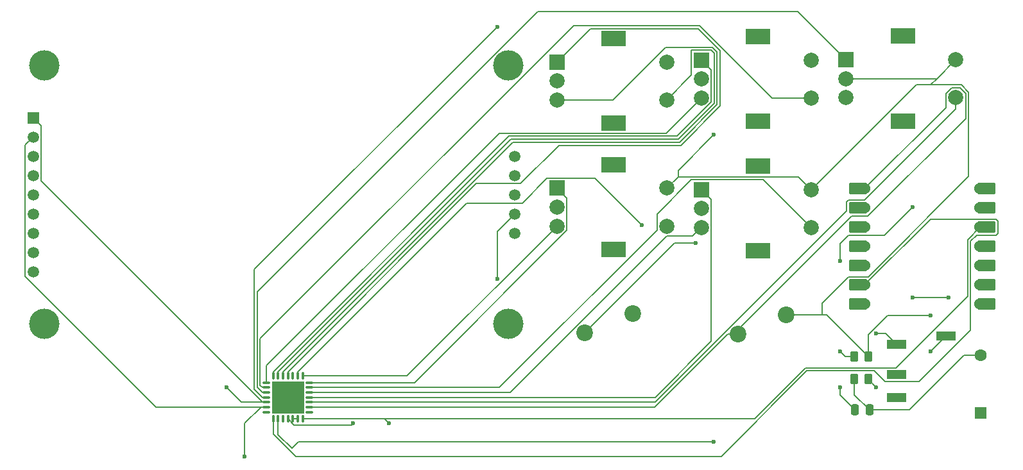
<source format=gbr>
%TF.GenerationSoftware,KiCad,Pcbnew,9.0.6*%
%TF.CreationDate,2026-01-26T19:54:00-03:00*%
%TF.ProjectId,osciloscopio,6f736369-6c6f-4736-936f-70696f2e6b69,rev?*%
%TF.SameCoordinates,Original*%
%TF.FileFunction,Copper,L1,Top*%
%TF.FilePolarity,Positive*%
%FSLAX46Y46*%
G04 Gerber Fmt 4.6, Leading zero omitted, Abs format (unit mm)*
G04 Created by KiCad (PCBNEW 9.0.6) date 2026-01-26 19:54:00*
%MOMM*%
%LPD*%
G01*
G04 APERTURE LIST*
G04 Aperture macros list*
%AMRoundRect*
0 Rectangle with rounded corners*
0 $1 Rounding radius*
0 $2 $3 $4 $5 $6 $7 $8 $9 X,Y pos of 4 corners*
0 Add a 4 corners polygon primitive as box body*
4,1,4,$2,$3,$4,$5,$6,$7,$8,$9,$2,$3,0*
0 Add four circle primitives for the rounded corners*
1,1,$1+$1,$2,$3*
1,1,$1+$1,$4,$5*
1,1,$1+$1,$6,$7*
1,1,$1+$1,$8,$9*
0 Add four rect primitives between the rounded corners*
20,1,$1+$1,$2,$3,$4,$5,0*
20,1,$1+$1,$4,$5,$6,$7,0*
20,1,$1+$1,$6,$7,$8,$9,0*
20,1,$1+$1,$8,$9,$2,$3,0*%
G04 Aperture macros list end*
%TA.AperFunction,ComponentPad*%
%ADD10C,2.000000*%
%TD*%
%TA.AperFunction,ComponentPad*%
%ADD11R,3.200000X2.000000*%
%TD*%
%TA.AperFunction,ComponentPad*%
%ADD12R,2.000000X2.000000*%
%TD*%
%TA.AperFunction,ComponentPad*%
%ADD13C,4.000000*%
%TD*%
%TA.AperFunction,ComponentPad*%
%ADD14R,1.500000X1.500000*%
%TD*%
%TA.AperFunction,ComponentPad*%
%ADD15C,1.500000*%
%TD*%
%TA.AperFunction,SMDPad,CuDef*%
%ADD16RoundRect,0.075000X-0.437500X-0.075000X0.437500X-0.075000X0.437500X0.075000X-0.437500X0.075000X0*%
%TD*%
%TA.AperFunction,SMDPad,CuDef*%
%ADD17RoundRect,0.075000X-0.075000X-0.437500X0.075000X-0.437500X0.075000X0.437500X-0.075000X0.437500X0*%
%TD*%
%TA.AperFunction,HeatsinkPad*%
%ADD18R,4.250000X4.250000*%
%TD*%
%TA.AperFunction,SMDPad,CuDef*%
%ADD19RoundRect,0.152400X1.063600X0.609600X-1.063600X0.609600X-1.063600X-0.609600X1.063600X-0.609600X0*%
%TD*%
%TA.AperFunction,ComponentPad*%
%ADD20C,1.524000*%
%TD*%
%TA.AperFunction,SMDPad,CuDef*%
%ADD21RoundRect,0.152400X-1.063600X-0.609600X1.063600X-0.609600X1.063600X0.609600X-1.063600X0.609600X0*%
%TD*%
%TA.AperFunction,ComponentPad*%
%ADD22C,2.200000*%
%TD*%
%TA.AperFunction,SMDPad,CuDef*%
%ADD23RoundRect,0.250000X-0.262500X-0.450000X0.262500X-0.450000X0.262500X0.450000X-0.262500X0.450000X0*%
%TD*%
%TA.AperFunction,SMDPad,CuDef*%
%ADD24R,2.500000X1.200000*%
%TD*%
%TA.AperFunction,ComponentPad*%
%ADD25RoundRect,0.250000X0.550000X-0.550000X0.550000X0.550000X-0.550000X0.550000X-0.550000X-0.550000X0*%
%TD*%
%TA.AperFunction,ComponentPad*%
%ADD26C,1.600000*%
%TD*%
%TA.AperFunction,SMDPad,CuDef*%
%ADD27RoundRect,0.250000X-0.250000X-0.475000X0.250000X-0.475000X0.250000X0.475000X-0.250000X0.475000X0*%
%TD*%
%TA.AperFunction,ViaPad*%
%ADD28C,0.600000*%
%TD*%
%TA.AperFunction,Conductor*%
%ADD29C,0.200000*%
%TD*%
G04 APERTURE END LIST*
D10*
%TO.P,SW3,S2,S2*%
%TO.N,GND*%
X224770000Y-59172500D03*
%TO.P,SW3,S1,S1*%
%TO.N,Net-(U2-GPB5)*%
X224770000Y-64172500D03*
D11*
%TO.P,SW3,MP*%
%TO.N,N/C*%
X217770000Y-67272500D03*
X217770000Y-56072500D03*
D10*
%TO.P,SW3,C,C*%
%TO.N,GND*%
X210270000Y-61672500D03*
%TO.P,SW3,B,B*%
%TO.N,Net-(U2-GPB4)*%
X210270000Y-64172500D03*
D12*
%TO.P,SW3,A,A*%
%TO.N,Net-(U2-GPB3)*%
X210270000Y-59172500D03*
%TD*%
D13*
%TO.P,U3,*%
%TO.N,*%
X123625000Y-59910000D03*
X123625000Y-94010000D03*
X184825000Y-59910000D03*
X184825000Y-94010000D03*
D14*
%TO.P,U3,1,VCC*%
%TO.N,Net-(U1-3V3)*%
X122125000Y-66800000D03*
D15*
%TO.P,U3,2,GND*%
%TO.N,GND*%
X122125000Y-69340000D03*
%TO.P,U3,3,~{CS}*%
%TO.N,unconnected-(U3-~{CS}-Pad3)*%
X122125000Y-71880000D03*
%TO.P,U3,4,RESET*%
%TO.N,Net-(U1-GPIO1{slash}RX)*%
X122125000Y-74420000D03*
%TO.P,U3,5,D/~{C}*%
%TO.N,Net-(U1-GPIO0{slash}TX)*%
X122125000Y-76960000D03*
%TO.P,U3,6,MOSI*%
%TO.N,unconnected-(U3-MOSI-Pad6)*%
X122125000Y-79500000D03*
%TO.P,U3,7,SCK*%
%TO.N,unconnected-(U3-SCK-Pad7)*%
X122125000Y-82040000D03*
%TO.P,U3,8,LED*%
%TO.N,Net-(U1-GPIO0{slash}TX)*%
X122125000Y-84580000D03*
%TO.P,U3,9,MISO*%
%TO.N,unconnected-(U3-MISO-Pad9)*%
X122125000Y-87120000D03*
%TO.P,U3,10,SD_CS*%
%TO.N,unconnected-(U3-SD_CS-Pad10)*%
X185645000Y-71880000D03*
%TO.P,U3,11,SD_MOSI*%
%TO.N,Net-(U1-GPIO3{slash}MOSI)*%
X185645000Y-74420000D03*
%TO.P,U3,12,SD_MISO*%
%TO.N,Net-(U1-GPIO4{slash}MISO)*%
X185645000Y-76960000D03*
%TO.P,U3,13,SD_SCK*%
%TO.N,Net-(U1-GPIO2{slash}SCK)*%
X185645000Y-79500000D03*
%TO.P,U3,14,FLASH_CD*%
%TO.N,unconnected-(U3-FLASH_CD-Pad14)*%
X185645000Y-82040000D03*
%TD*%
D16*
%TO.P,U2,1,GPB4*%
%TO.N,Net-(U2-GPB4)*%
X152905000Y-101743750D03*
%TO.P,U2,2,GPB5*%
%TO.N,Net-(U2-GPB5)*%
X152905000Y-102393750D03*
%TO.P,U2,3,GPB6*%
%TO.N,Net-(U2-GPB6)*%
X152905000Y-103043750D03*
%TO.P,U2,4,GPB7*%
%TO.N,Net-(U2-GPB7)*%
X152905000Y-103693750D03*
%TO.P,U2,5,VDD*%
%TO.N,Net-(U1-3V3)*%
X152905000Y-104343750D03*
%TO.P,U2,6,VSS*%
%TO.N,GND*%
X152905000Y-104993750D03*
%TO.P,U2,7,NC*%
%TO.N,unconnected-(U2-NC-Pad7)*%
X152905000Y-105643750D03*
D17*
%TO.P,U2,8,SCK*%
%TO.N,Net-(U1-GPIO7{slash}SCL)*%
X153792500Y-106531250D03*
%TO.P,U2,9,SDA*%
%TO.N,Net-(U1-GPIO6{slash}SDA)*%
X154442500Y-106531250D03*
%TO.P,U2,10,NC*%
%TO.N,unconnected-(U2-NC-Pad10)*%
X155092500Y-106531250D03*
%TO.P,U2,11,A0*%
%TO.N,GND*%
X155742500Y-106531250D03*
%TO.P,U2,12,A1*%
X156392500Y-106531250D03*
%TO.P,U2,13,A2*%
X157042500Y-106531250D03*
%TO.P,U2,14,~{RESET}*%
%TO.N,Net-(U1-3V3)*%
X157692500Y-106531250D03*
D16*
%TO.P,U2,15,INTB*%
%TO.N,unconnected-(U2-INTB-Pad15)*%
X158580000Y-105643750D03*
%TO.P,U2,16,INTA*%
%TO.N,Net-(U1-GPIO26{slash}ADC0{slash}A0)*%
X158580000Y-104993750D03*
%TO.P,U2,17,GPA0*%
%TO.N,Net-(U2-GPA0)*%
X158580000Y-104343750D03*
%TO.P,U2,18,GPA1*%
%TO.N,Net-(U2-GPA1)*%
X158580000Y-103693750D03*
%TO.P,U2,19,GPA2*%
%TO.N,Net-(U2-GPA2)*%
X158580000Y-103043750D03*
%TO.P,U2,20,GPA3*%
%TO.N,Net-(U2-GPA3)*%
X158580000Y-102393750D03*
%TO.P,U2,21,GPA4*%
%TO.N,Net-(U2-GPA4)*%
X158580000Y-101743750D03*
D17*
%TO.P,U2,22,GPA5*%
%TO.N,Net-(U2-GPA5)*%
X157692500Y-100856250D03*
%TO.P,U2,23,GPA6*%
%TO.N,Net-(U2-GPA6)*%
X157042500Y-100856250D03*
%TO.P,U2,24,GPA7*%
%TO.N,unconnected-(U2-GPA7-Pad24)*%
X156392500Y-100856250D03*
%TO.P,U2,25,GPB0*%
%TO.N,Net-(U2-GPB0)*%
X155742500Y-100856250D03*
%TO.P,U2,26,GPB1*%
%TO.N,Net-(U2-GPB1)*%
X155092500Y-100856250D03*
%TO.P,U2,27,GPB2*%
%TO.N,Net-(U2-GPB2)*%
X154442500Y-100856250D03*
%TO.P,U2,28,GPB3*%
%TO.N,Net-(U2-GPB3)*%
X153792500Y-100856250D03*
D18*
%TO.P,U2,29,EP*%
%TO.N,unconnected-(U2-EP-Pad29)*%
X155742500Y-103693750D03*
%TD*%
D19*
%TO.P,U1,1,GPIO26/ADC0/A0*%
%TO.N,Net-(U1-GPIO26{slash}ADC0{slash}A0)*%
X230975000Y-76170000D03*
D20*
X231810000Y-76170000D03*
D19*
%TO.P,U1,2,GPIO27/ADC1/A1*%
%TO.N,Net-(U1-GPIO27{slash}ADC1{slash}A1)*%
X230975000Y-78710000D03*
D20*
X231810000Y-78710000D03*
D19*
%TO.P,U1,3,GPIO28/ADC2/A2*%
%TO.N,unconnected-(U1-GPIO28{slash}ADC2{slash}A2-Pad3)*%
X230975000Y-81250000D03*
D20*
%TO.N,unconnected-(U1-GPIO28{slash}ADC2{slash}A2-Pad3)_1*%
X231810000Y-81250000D03*
D19*
%TO.P,U1,4,GPIO29/ADC3/A3*%
%TO.N,unconnected-(U1-GPIO29{slash}ADC3{slash}A3-Pad4)_1*%
X230975000Y-83790000D03*
D20*
%TO.N,unconnected-(U1-GPIO29{slash}ADC3{slash}A3-Pad4)*%
X231810000Y-83790000D03*
D19*
%TO.P,U1,5,GPIO6/SDA*%
%TO.N,Net-(U1-GPIO6{slash}SDA)*%
X230975000Y-86330000D03*
D20*
X231810000Y-86330000D03*
D19*
%TO.P,U1,6,GPIO7/SCL*%
%TO.N,Net-(U1-GPIO7{slash}SCL)*%
X230975000Y-88870000D03*
D20*
X231810000Y-88870000D03*
D19*
%TO.P,U1,7,GPIO0/TX*%
%TO.N,Net-(U1-GPIO0{slash}TX)*%
X230975000Y-91410000D03*
D20*
X231810000Y-91410000D03*
%TO.P,U1,8,GPIO1/RX*%
%TO.N,Net-(U1-GPIO1{slash}RX)*%
X247050000Y-91410000D03*
D21*
X247885000Y-91410000D03*
D20*
%TO.P,U1,9,GPIO2/SCK*%
%TO.N,Net-(U1-GPIO2{slash}SCK)*%
X247050000Y-88870000D03*
D21*
X247885000Y-88870000D03*
D20*
%TO.P,U1,10,GPIO4/MISO*%
%TO.N,Net-(U1-GPIO4{slash}MISO)*%
X247050000Y-86330000D03*
D21*
X247885000Y-86330000D03*
D20*
%TO.P,U1,11,GPIO3/MOSI*%
%TO.N,Net-(U1-GPIO3{slash}MOSI)*%
X247050000Y-83790000D03*
D21*
X247885000Y-83790000D03*
D20*
%TO.P,U1,12,3V3*%
%TO.N,Net-(U1-3V3)*%
X247050000Y-81250000D03*
D21*
X247885000Y-81250000D03*
D20*
%TO.P,U1,13,GND*%
%TO.N,GND*%
X247050000Y-78710000D03*
D21*
X247885000Y-78710000D03*
D20*
%TO.P,U1,14,VBUS*%
%TO.N,+5V*%
X247050000Y-76170000D03*
D21*
X247885000Y-76170000D03*
%TD*%
D12*
%TO.P,SW7,A,A*%
%TO.N,Net-(U2-GPA4)*%
X191238750Y-76081250D03*
D10*
%TO.P,SW7,B,B*%
%TO.N,Net-(U2-GPA5)*%
X191238750Y-81081250D03*
%TO.P,SW7,C,C*%
%TO.N,GND*%
X191238750Y-78581250D03*
D11*
%TO.P,SW7,MP*%
%TO.N,N/C*%
X198738750Y-72981250D03*
X198738750Y-84181250D03*
D10*
%TO.P,SW7,S1,S1*%
%TO.N,Net-(U2-GPA6)*%
X205738750Y-81081250D03*
%TO.P,SW7,S2,S2*%
%TO.N,GND*%
X205738750Y-76081250D03*
%TD*%
D12*
%TO.P,SW6,A,A*%
%TO.N,Net-(U2-GPB0)*%
X191238750Y-59412500D03*
D10*
%TO.P,SW6,B,B*%
%TO.N,Net-(U2-GPB1)*%
X191238750Y-64412500D03*
%TO.P,SW6,C,C*%
%TO.N,GND*%
X191238750Y-61912500D03*
D11*
%TO.P,SW6,MP*%
%TO.N,N/C*%
X198738750Y-56312500D03*
X198738750Y-67512500D03*
D10*
%TO.P,SW6,S1,S1*%
%TO.N,Net-(U2-GPB2)*%
X205738750Y-64412500D03*
%TO.P,SW6,S2,S2*%
%TO.N,GND*%
X205738750Y-59412500D03*
%TD*%
D12*
%TO.P,SW5,A,A*%
%TO.N,Net-(U2-GPB6)*%
X229360000Y-59110000D03*
D10*
%TO.P,SW5,B,B*%
%TO.N,Net-(U2-GPB7)*%
X229360000Y-64110000D03*
%TO.P,SW5,C,C*%
%TO.N,GND*%
X229360000Y-61610000D03*
D11*
%TO.P,SW5,MP*%
%TO.N,N/C*%
X236860000Y-56010000D03*
X236860000Y-67210000D03*
D10*
%TO.P,SW5,S1,S1*%
%TO.N,Net-(U2-GPA0)*%
X243860000Y-64110000D03*
%TO.P,SW5,S2,S2*%
%TO.N,GND*%
X243860000Y-59110000D03*
%TD*%
D12*
%TO.P,SW4,A,A*%
%TO.N,Net-(U2-GPA1)*%
X210270000Y-76270000D03*
D10*
%TO.P,SW4,B,B*%
%TO.N,Net-(U2-GPA2)*%
X210270000Y-81270000D03*
%TO.P,SW4,C,C*%
%TO.N,GND*%
X210270000Y-78770000D03*
D11*
%TO.P,SW4,MP*%
%TO.N,N/C*%
X217770000Y-73170000D03*
X217770000Y-84370000D03*
D10*
%TO.P,SW4,S1,S1*%
%TO.N,Net-(U2-GPA3)*%
X224770000Y-81270000D03*
%TO.P,SW4,S2,S2*%
%TO.N,GND*%
X224770000Y-76270000D03*
%TD*%
D22*
%TO.P,SW2,1,1*%
%TO.N,GND*%
X201240000Y-92670000D03*
%TO.P,SW2,2,2*%
%TO.N,Net-(U1-GPIO27{slash}ADC1{slash}A1)*%
X194890000Y-95210000D03*
%TD*%
%TO.P,SW1,1,1*%
%TO.N,GND*%
X221500000Y-92830000D03*
%TO.P,SW1,2,2*%
%TO.N,Net-(U1-GPIO26{slash}ADC0{slash}A0)*%
X215150000Y-95370000D03*
%TD*%
D23*
%TO.P,R3,1*%
%TO.N,Net-(D1-A)*%
X230475000Y-101270000D03*
%TO.P,R3,2*%
%TO.N,Net-(U1-GPIO26{slash}ADC0{slash}A0)*%
X232300000Y-101270000D03*
%TD*%
%TO.P,R1,1*%
%TO.N,Net-(D1-K)*%
X230475000Y-98320000D03*
%TO.P,R1,2*%
%TO.N,GND*%
X232300000Y-98320000D03*
%TD*%
D24*
%TO.P,J1,R1*%
%TO.N,N/C*%
X236050000Y-100710000D03*
%TO.P,J1,R2*%
X236050000Y-103710000D03*
%TO.P,J1,S*%
%TO.N,GND*%
X242550000Y-95610000D03*
%TO.P,J1,T*%
%TO.N,Net-(C1-Pad1)*%
X236050000Y-96710000D03*
%TD*%
D25*
%TO.P,D1,1,K*%
%TO.N,Net-(D1-K)*%
X247090000Y-105760000D03*
D26*
%TO.P,D1,2,A*%
%TO.N,Net-(D1-A)*%
X247090000Y-98140000D03*
%TD*%
D27*
%TO.P,C1,1*%
%TO.N,Net-(C1-Pad1)*%
X230553750Y-105330000D03*
%TO.P,C1,2*%
%TO.N,Net-(D1-A)*%
X232453750Y-105330000D03*
%TD*%
D28*
%TO.N,GND*%
X164306250Y-107156250D03*
X211931250Y-69056250D03*
%TO.N,Net-(U1-GPIO27{slash}ADC1{slash}A1)*%
X238125000Y-78581250D03*
X228600000Y-85725000D03*
X209550000Y-83343750D03*
%TO.N,Net-(U1-GPIO2{slash}SCK)*%
X242887500Y-90487500D03*
X238125000Y-90487500D03*
X183356250Y-88106250D03*
%TO.N,Net-(U1-GPIO26{slash}ADC0{slash}A0)*%
X233362500Y-102393750D03*
%TO.N,Net-(D1-K)*%
X228600000Y-97631250D03*
%TO.N,GND*%
X240506250Y-97631250D03*
X240506250Y-92868750D03*
%TO.N,Net-(C1-Pad1)*%
X228600000Y-102393750D03*
X233362500Y-95250000D03*
%TO.N,Net-(U2-GPB7)*%
X183356250Y-54768750D03*
%TO.N,Net-(U1-3V3)*%
X147637500Y-102393750D03*
X169068750Y-107156250D03*
%TO.N,GND*%
X150018750Y-111517750D03*
%TO.N,Net-(U1-GPIO6{slash}SDA)*%
X211931250Y-109537500D03*
%TO.N,Net-(U2-GPA6)*%
X202406250Y-80962500D03*
%TD*%
D29*
%TO.N,GND*%
X156556000Y-107344750D02*
X164117750Y-107344750D01*
X155742500Y-106531250D02*
X156556000Y-107344750D01*
X164117750Y-107344750D02*
X164306250Y-107156250D01*
X156392500Y-106531250D02*
X157042500Y-106531250D01*
X207252000Y-73735500D02*
X207252000Y-74568000D01*
X211931250Y-69056250D02*
X207252000Y-73735500D01*
X240562000Y-62408000D02*
X241360000Y-61610000D01*
X238632000Y-62408000D02*
X240562000Y-62408000D01*
%TO.N,Net-(U1-GPIO27{slash}ADC1{slash}A1)*%
X229719374Y-82313000D02*
X234393250Y-82313000D01*
X234393250Y-82313000D02*
X238125000Y-78581250D01*
X228600000Y-83432374D02*
X229719374Y-82313000D01*
X228600000Y-85725000D02*
X228600000Y-83432374D01*
X206756250Y-83343750D02*
X209550000Y-83343750D01*
X194890000Y-95210000D02*
X206756250Y-83343750D01*
%TO.N,GND*%
X207252000Y-74568000D02*
X205738750Y-76081250D01*
X223068000Y-74568000D02*
X207252000Y-74568000D01*
X224770000Y-76270000D02*
X223068000Y-74568000D01*
X238632000Y-62408000D02*
X224770000Y-76270000D01*
X244564992Y-62408000D02*
X238632000Y-62408000D01*
X245562000Y-63405008D02*
X244564992Y-62408000D01*
X245562000Y-74550900D02*
X245562000Y-63405008D01*
X232305900Y-87807000D02*
X245562000Y-74550900D01*
X229719374Y-87807000D02*
X232305900Y-87807000D01*
X226218750Y-91307624D02*
X229719374Y-87807000D01*
X226218750Y-92830000D02*
X221500000Y-92830000D01*
X226218750Y-92830000D02*
X226218750Y-91307624D01*
%TO.N,Net-(U1-GPIO26{slash}ADC0{slash}A0)*%
X215150000Y-94756374D02*
X215150000Y-95370000D01*
X230133374Y-79773000D02*
X215150000Y-94756374D01*
X232250310Y-79773000D02*
X230133374Y-79773000D01*
X245161000Y-66862310D02*
X232250310Y-79773000D01*
X245161000Y-63571108D02*
X245161000Y-66862310D01*
X244398892Y-62809000D02*
X245161000Y-63571108D01*
X243321108Y-62809000D02*
X244398892Y-62809000D01*
X242559000Y-63571108D02*
X243321108Y-62809000D01*
X242559000Y-65421000D02*
X242559000Y-63571108D01*
X231810000Y-76170000D02*
X242559000Y-65421000D01*
%TO.N,GND*%
X241360000Y-61610000D02*
X229360000Y-61610000D01*
X243860000Y-59110000D02*
X241360000Y-61610000D01*
%TO.N,Net-(U1-GPIO2{slash}SCK)*%
X238125000Y-90487500D02*
X242887500Y-90487500D01*
X183356250Y-81788750D02*
X183356250Y-88106250D01*
X185645000Y-79500000D02*
X183356250Y-81788750D01*
%TO.N,Net-(U1-GPIO26{slash}ADC0{slash}A0)*%
X233362500Y-102332500D02*
X233362500Y-102393750D01*
X232300000Y-101270000D02*
X233362500Y-102332500D01*
%TO.N,Net-(D1-K)*%
X230475000Y-98320000D02*
X229288750Y-98320000D01*
X229288750Y-98320000D02*
X228600000Y-97631250D01*
%TO.N,GND*%
X242527500Y-95610000D02*
X240506250Y-97631250D01*
X242550000Y-95610000D02*
X242527500Y-95610000D01*
X234893807Y-92868750D02*
X240506250Y-92868750D01*
X232300000Y-95462557D02*
X234893807Y-92868750D01*
X232300000Y-98320000D02*
X232300000Y-95462557D01*
%TO.N,Net-(C1-Pad1)*%
X234590000Y-95250000D02*
X233362500Y-95250000D01*
X236050000Y-96710000D02*
X234590000Y-95250000D01*
X228600000Y-103376250D02*
X228600000Y-102393750D01*
X230553750Y-105330000D02*
X228600000Y-103376250D01*
%TO.N,GND*%
X226810000Y-92830000D02*
X226218750Y-92830000D01*
X232300000Y-98320000D02*
X226810000Y-92830000D01*
%TO.N,Net-(D1-A)*%
X230475000Y-103351250D02*
X232453750Y-105330000D01*
X230475000Y-101270000D02*
X230475000Y-103351250D01*
X237722951Y-105330000D02*
X232453750Y-105330000D01*
X244912951Y-98140000D02*
X237722951Y-105330000D01*
X247090000Y-98140000D02*
X244912951Y-98140000D01*
%TO.N,Net-(U2-GPB7)*%
X151289500Y-86835500D02*
X183356250Y-54768750D01*
X151289500Y-102590749D02*
X151289500Y-86835500D01*
X152392501Y-103693750D02*
X151289500Y-102590749D01*
X152905000Y-103693750D02*
X152392501Y-103693750D01*
%TO.N,Net-(U1-3V3)*%
X149587500Y-104343750D02*
X152905000Y-104343750D01*
X147637500Y-102393750D02*
X149587500Y-104343750D01*
X168443750Y-106531250D02*
X169068750Y-107156250D01*
X157692500Y-106531250D02*
X168443750Y-106531250D01*
X123176000Y-67851000D02*
X122125000Y-66800000D01*
X123176000Y-75127249D02*
X123176000Y-67851000D01*
X152392501Y-104343750D02*
X123176000Y-75127249D01*
X152905000Y-104343750D02*
X152392501Y-104343750D01*
%TO.N,GND*%
X121074000Y-87736500D02*
X121074000Y-70391000D01*
X121074000Y-70391000D02*
X122125000Y-69340000D01*
X138331250Y-104993750D02*
X121074000Y-87736500D01*
X152905000Y-104993750D02*
X138331250Y-104993750D01*
%TO.N,Net-(U1-GPIO6{slash}SDA)*%
X157162500Y-109537500D02*
X211931250Y-109537500D01*
X156255425Y-110444575D02*
X157162500Y-109537500D01*
X154442500Y-108631650D02*
X156255425Y-110444575D01*
X154442500Y-106531250D02*
X154442500Y-108631650D01*
%TO.N,Net-(U1-GPIO7{slash}SCL)*%
X240493000Y-80187000D02*
X231810000Y-88870000D01*
X249140626Y-80187000D02*
X240493000Y-80187000D01*
X249402000Y-80448374D02*
X249140626Y-80187000D01*
X249402000Y-82051626D02*
X249402000Y-80448374D01*
X249140626Y-82313000D02*
X249402000Y-82051626D01*
X246609690Y-82313000D02*
X249140626Y-82313000D01*
X245810250Y-83112440D02*
X246609690Y-82313000D01*
X245810250Y-94801750D02*
X245810250Y-83112440D01*
X234499000Y-101611000D02*
X239001000Y-101611000D01*
X233098000Y-100210000D02*
X234499000Y-101611000D01*
X224207100Y-100210000D02*
X233098000Y-100210000D01*
X239001000Y-101611000D02*
X245810250Y-94801750D01*
X212899350Y-111517750D02*
X224207100Y-100210000D01*
X156761500Y-111517750D02*
X212899350Y-111517750D01*
X153792500Y-108548750D02*
X156761500Y-111517750D01*
X153792500Y-106531250D02*
X153792500Y-108548750D01*
%TO.N,GND*%
X150018750Y-107156250D02*
X150018750Y-111517750D01*
X152181250Y-104993750D02*
X150018750Y-107156250D01*
X152905000Y-104993750D02*
X152181250Y-104993750D01*
%TO.N,Net-(U2-GPB6)*%
X151690500Y-102341749D02*
X151690500Y-89790394D01*
X152392501Y-103043750D02*
X151690500Y-102341749D01*
X152905000Y-103043750D02*
X152392501Y-103043750D01*
X151690500Y-89790394D02*
X188692394Y-52788500D01*
X188692394Y-52788500D02*
X223038500Y-52788500D01*
X223038500Y-52788500D02*
X229360000Y-59110000D01*
%TO.N,Net-(U2-GPB5)*%
X210011300Y-54610500D02*
X219573300Y-64172500D01*
X152091500Y-95957750D02*
X193438750Y-54610500D01*
X152091500Y-102092749D02*
X152091500Y-95957750D01*
X193438750Y-54610500D02*
X210011300Y-54610500D01*
X152392501Y-102393750D02*
X152091500Y-102092749D01*
X219573300Y-64172500D02*
X224770000Y-64172500D01*
X152905000Y-102393750D02*
X152392501Y-102393750D01*
%TO.N,Net-(U2-GPA6)*%
X196224000Y-74780250D02*
X202406250Y-80962500D01*
X189937750Y-74780250D02*
X196224000Y-74780250D01*
X186675642Y-78042358D02*
X189937750Y-74780250D01*
X179343893Y-78042358D02*
X186675642Y-78042358D01*
X157042500Y-100343751D02*
X179343893Y-78042358D01*
X157042500Y-100856250D02*
X157042500Y-100343751D01*
%TO.N,Net-(U2-GPB0)*%
X209845200Y-55011500D02*
X195639750Y-55011500D01*
X212774000Y-57940300D02*
X209845200Y-55011500D01*
X212774000Y-65209692D02*
X212774000Y-57940300D01*
X207566192Y-70417500D02*
X212774000Y-65209692D01*
X191520000Y-70417500D02*
X207566192Y-70417500D01*
X186466500Y-75471000D02*
X191520000Y-70417500D01*
X195639750Y-55011500D02*
X191238750Y-59412500D01*
X180615251Y-75471000D02*
X186466500Y-75471000D01*
X155742500Y-100343751D02*
X180615251Y-75471000D01*
X155742500Y-100856250D02*
X155742500Y-100343751D01*
%TO.N,Net-(U2-GPB1)*%
X198636750Y-64412500D02*
X191238750Y-64412500D01*
X205578750Y-57470500D02*
X198636750Y-64412500D01*
X211737100Y-57470500D02*
X205578750Y-57470500D01*
X212373000Y-58106400D02*
X211737100Y-57470500D01*
X212373000Y-65043592D02*
X212373000Y-58106400D01*
X207400092Y-70016500D02*
X212373000Y-65043592D01*
X185419751Y-70016500D02*
X207400092Y-70016500D01*
X155092500Y-100343751D02*
X185419751Y-70016500D01*
X155092500Y-100856250D02*
X155092500Y-100343751D01*
%TO.N,Net-(U2-GPB2)*%
X208969000Y-61182250D02*
X205738750Y-64412500D01*
X208969000Y-57871500D02*
X208969000Y-61182250D01*
X211571000Y-57871500D02*
X208969000Y-57871500D01*
X211972000Y-58272500D02*
X211571000Y-57871500D01*
X211972000Y-64877492D02*
X211972000Y-58272500D01*
X207233992Y-69615500D02*
X211972000Y-64877492D01*
X185170751Y-69615500D02*
X207233992Y-69615500D01*
X154442500Y-100343751D02*
X185170751Y-69615500D01*
X154442500Y-100856250D02*
X154442500Y-100343751D01*
%TO.N,Net-(U2-GPB3)*%
X211571000Y-64711392D02*
X211571000Y-60473500D01*
X207067892Y-69214500D02*
X211571000Y-64711392D01*
X211571000Y-60473500D02*
X210270000Y-59172500D01*
X184921751Y-69214500D02*
X207067892Y-69214500D01*
X153792500Y-100343751D02*
X184921751Y-69214500D01*
X153792500Y-100856250D02*
X153792500Y-100343751D01*
%TO.N,Net-(U2-GPA5)*%
X171463750Y-100856250D02*
X191238750Y-81081250D01*
X157692500Y-100856250D02*
X171463750Y-100856250D01*
%TO.N,Net-(U2-GPB4)*%
X205629000Y-68813500D02*
X210270000Y-64172500D01*
X183599000Y-68813500D02*
X205629000Y-68813500D01*
X152905000Y-99507500D02*
X183599000Y-68813500D01*
X152905000Y-101743750D02*
X152905000Y-99507500D01*
%TO.N,Net-(U1-GPIO26{slash}ADC0{slash}A0)*%
X213735786Y-95370000D02*
X215150000Y-95370000D01*
X204112036Y-104993750D02*
X213735786Y-95370000D01*
X158580000Y-104993750D02*
X204112036Y-104993750D01*
%TO.N,Net-(U2-GPA0)*%
X229458000Y-77908374D02*
X229719374Y-77647000D01*
X229458000Y-79080686D02*
X229458000Y-77908374D01*
X229719374Y-77647000D02*
X231836310Y-77647000D01*
X204194936Y-104343750D02*
X229458000Y-79080686D01*
X243860000Y-65623310D02*
X243860000Y-64110000D01*
X158580000Y-104343750D02*
X204194936Y-104343750D01*
X231836310Y-77647000D02*
X243860000Y-65623310D01*
%TO.N,Net-(U2-GPA1)*%
X211571000Y-96308892D02*
X211571000Y-77571000D01*
X204186142Y-103693750D02*
X211571000Y-96308892D01*
X211571000Y-77571000D02*
X210270000Y-76270000D01*
X158580000Y-103693750D02*
X204186142Y-103693750D01*
%TO.N,Net-(U2-GPA3)*%
X208969000Y-74969000D02*
X218469000Y-74969000D01*
X204437750Y-81620142D02*
X204437750Y-79500250D01*
X183664142Y-102393750D02*
X204437750Y-81620142D01*
X204437750Y-79500250D02*
X208969000Y-74969000D01*
X158580000Y-102393750D02*
X183664142Y-102393750D01*
X218469000Y-74969000D02*
X224770000Y-81270000D01*
%TO.N,Net-(U2-GPA2)*%
X209157750Y-82382250D02*
X210270000Y-81270000D01*
X205736436Y-82382250D02*
X209157750Y-82382250D01*
X185074936Y-103043750D02*
X205736436Y-82382250D01*
X158580000Y-103043750D02*
X185074936Y-103043750D01*
%TO.N,Net-(U2-GPA4)*%
X192539750Y-77382250D02*
X191238750Y-76081250D01*
X172416142Y-101743750D02*
X192539750Y-81620142D01*
X158580000Y-101743750D02*
X172416142Y-101743750D01*
X192539750Y-81620142D02*
X192539750Y-77382250D01*
%TO.N,Net-(U1-3V3)*%
X245409250Y-82890750D02*
X247050000Y-81250000D01*
X245409250Y-90347000D02*
X245409250Y-82890750D01*
X235947250Y-99809000D02*
X245409250Y-90347000D01*
X224041000Y-99809000D02*
X235947250Y-99809000D01*
X157692500Y-106531250D02*
X217318750Y-106531250D01*
X217318750Y-106531250D02*
X224041000Y-99809000D01*
%TD*%
M02*

</source>
